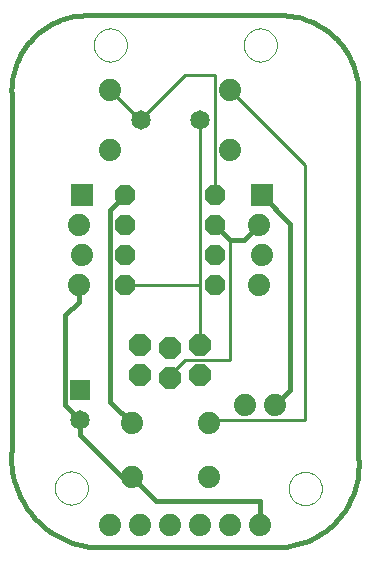
<source format=gtl>
G75*
G70*
%OFA0B0*%
%FSLAX24Y24*%
%IPPOS*%
%LPD*%
%AMOC8*
5,1,8,0,0,1.08239X$1,22.5*
%
%ADD10C,0.0160*%
%ADD11C,0.0000*%
%ADD12OC8,0.0680*%
%ADD13OC8,0.0740*%
%ADD14C,0.0650*%
%ADD15R,0.0650X0.0650*%
%ADD16C,0.0740*%
%ADD17R,0.0740X0.0740*%
%ADD18C,0.0100*%
D10*
X000200Y003426D02*
X000200Y015305D01*
X000200Y015306D02*
X000199Y015426D01*
X000204Y015546D01*
X000214Y015666D01*
X000230Y015785D01*
X000251Y015903D01*
X000279Y016020D01*
X000311Y016136D01*
X000350Y016250D01*
X000393Y016362D01*
X000442Y016472D01*
X000496Y016579D01*
X000555Y016684D01*
X000619Y016786D01*
X000688Y016884D01*
X000761Y016980D01*
X000839Y017071D01*
X000921Y017159D01*
X001007Y017243D01*
X001097Y017323D01*
X001191Y017398D01*
X001288Y017469D01*
X001389Y017535D01*
X001492Y017596D01*
X001599Y017652D01*
X001707Y017703D01*
X001819Y017749D01*
X001932Y017789D01*
X002047Y017824D01*
X002163Y017854D01*
X002281Y017878D01*
X002400Y017896D01*
X002520Y017909D01*
X002640Y017916D01*
X002639Y017915D02*
X009282Y017915D01*
X009406Y017906D01*
X009529Y017892D01*
X009651Y017871D01*
X009773Y017845D01*
X009892Y017813D01*
X010010Y017775D01*
X010127Y017732D01*
X010241Y017683D01*
X010352Y017629D01*
X010461Y017570D01*
X010567Y017505D01*
X010670Y017436D01*
X010769Y017362D01*
X010865Y017283D01*
X010956Y017199D01*
X011044Y017112D01*
X011128Y017020D01*
X011207Y016925D01*
X011281Y016825D01*
X011351Y016723D01*
X011415Y016617D01*
X011475Y016508D01*
X011529Y016397D01*
X011578Y016283D01*
X011621Y016167D01*
X011659Y016048D01*
X011691Y015929D01*
X011718Y015808D01*
X011738Y015685D01*
X011753Y015562D01*
X011762Y015439D01*
X011765Y015315D01*
X011762Y015191D01*
X011762Y015190D02*
X011762Y003163D01*
X009492Y005426D02*
X008992Y004926D01*
X009492Y005426D02*
X009492Y010976D01*
X008542Y011926D01*
X008442Y010926D02*
X007942Y010426D01*
X007492Y010426D01*
X006992Y010926D01*
X003992Y011926D02*
X003492Y011426D01*
X003492Y005036D01*
X004212Y004316D01*
X000200Y003427D02*
X000192Y003280D01*
X000190Y003132D01*
X000196Y002985D01*
X000209Y002838D01*
X000230Y002692D01*
X000257Y002547D01*
X000292Y002404D01*
X000333Y002263D01*
X000382Y002124D01*
X000437Y001987D01*
X000499Y001853D01*
X000567Y001723D01*
X000641Y001596D01*
X000722Y001472D01*
X000809Y001353D01*
X000901Y001239D01*
X000999Y001129D01*
X001103Y001023D01*
X001211Y000923D01*
X001324Y000829D01*
X001442Y000740D01*
X001563Y000657D01*
X001689Y000580D01*
X001818Y000510D01*
X001951Y000446D01*
X002087Y000388D01*
X002225Y000337D01*
X002365Y000293D01*
X002508Y000256D01*
X002652Y000226D01*
X002798Y000203D01*
X002944Y000187D01*
X009208Y000187D01*
X008486Y000930D02*
X008486Y001732D01*
X008489Y001735D01*
X005014Y001735D01*
X004212Y002536D01*
X003882Y002536D01*
X002492Y003926D01*
X002492Y004426D01*
X001992Y004926D01*
X001992Y007926D01*
X002442Y008376D01*
X002442Y008926D01*
X011762Y003163D02*
X011769Y003031D01*
X011769Y002899D01*
X011764Y002767D01*
X011752Y002636D01*
X011734Y002505D01*
X011709Y002375D01*
X011679Y002247D01*
X011642Y002120D01*
X011600Y001995D01*
X011551Y001872D01*
X011497Y001752D01*
X011437Y001634D01*
X011372Y001520D01*
X011301Y001408D01*
X011225Y001301D01*
X011144Y001196D01*
X011058Y001096D01*
X010967Y001000D01*
X010872Y000909D01*
X010772Y000822D01*
X010669Y000740D01*
X010562Y000663D01*
X010451Y000591D01*
X010337Y000524D01*
X010220Y000463D01*
X010100Y000408D01*
X009978Y000358D01*
X009854Y000315D01*
X009727Y000277D01*
X009599Y000245D01*
X009470Y000220D01*
X009339Y000200D01*
X009208Y000187D01*
D11*
X001641Y002160D02*
X001643Y002207D01*
X001649Y002253D01*
X001659Y002299D01*
X001672Y002344D01*
X001690Y002387D01*
X001711Y002429D01*
X001735Y002469D01*
X001763Y002506D01*
X001794Y002541D01*
X001828Y002574D01*
X001864Y002603D01*
X001903Y002629D01*
X001944Y002652D01*
X001987Y002671D01*
X002031Y002687D01*
X002076Y002699D01*
X002122Y002707D01*
X002169Y002711D01*
X002215Y002711D01*
X002262Y002707D01*
X002308Y002699D01*
X002353Y002687D01*
X002397Y002671D01*
X002440Y002652D01*
X002481Y002629D01*
X002520Y002603D01*
X002556Y002574D01*
X002590Y002541D01*
X002621Y002506D01*
X002649Y002469D01*
X002673Y002429D01*
X002694Y002387D01*
X002712Y002344D01*
X002725Y002299D01*
X002735Y002253D01*
X002741Y002207D01*
X002743Y002160D01*
X002741Y002113D01*
X002735Y002067D01*
X002725Y002021D01*
X002712Y001976D01*
X002694Y001933D01*
X002673Y001891D01*
X002649Y001851D01*
X002621Y001814D01*
X002590Y001779D01*
X002556Y001746D01*
X002520Y001717D01*
X002481Y001691D01*
X002440Y001668D01*
X002397Y001649D01*
X002353Y001633D01*
X002308Y001621D01*
X002262Y001613D01*
X002215Y001609D01*
X002169Y001609D01*
X002122Y001613D01*
X002076Y001621D01*
X002031Y001633D01*
X001987Y001649D01*
X001944Y001668D01*
X001903Y001691D01*
X001864Y001717D01*
X001828Y001746D01*
X001794Y001779D01*
X001763Y001814D01*
X001735Y001851D01*
X001711Y001891D01*
X001690Y001933D01*
X001672Y001976D01*
X001659Y002021D01*
X001649Y002067D01*
X001643Y002113D01*
X001641Y002160D01*
X009441Y002143D02*
X009443Y002190D01*
X009449Y002236D01*
X009459Y002282D01*
X009472Y002327D01*
X009490Y002370D01*
X009511Y002412D01*
X009535Y002452D01*
X009563Y002489D01*
X009594Y002524D01*
X009628Y002557D01*
X009664Y002586D01*
X009703Y002612D01*
X009744Y002635D01*
X009787Y002654D01*
X009831Y002670D01*
X009876Y002682D01*
X009922Y002690D01*
X009969Y002694D01*
X010015Y002694D01*
X010062Y002690D01*
X010108Y002682D01*
X010153Y002670D01*
X010197Y002654D01*
X010240Y002635D01*
X010281Y002612D01*
X010320Y002586D01*
X010356Y002557D01*
X010390Y002524D01*
X010421Y002489D01*
X010449Y002452D01*
X010473Y002412D01*
X010494Y002370D01*
X010512Y002327D01*
X010525Y002282D01*
X010535Y002236D01*
X010541Y002190D01*
X010543Y002143D01*
X010541Y002096D01*
X010535Y002050D01*
X010525Y002004D01*
X010512Y001959D01*
X010494Y001916D01*
X010473Y001874D01*
X010449Y001834D01*
X010421Y001797D01*
X010390Y001762D01*
X010356Y001729D01*
X010320Y001700D01*
X010281Y001674D01*
X010240Y001651D01*
X010197Y001632D01*
X010153Y001616D01*
X010108Y001604D01*
X010062Y001596D01*
X010015Y001592D01*
X009969Y001592D01*
X009922Y001596D01*
X009876Y001604D01*
X009831Y001616D01*
X009787Y001632D01*
X009744Y001651D01*
X009703Y001674D01*
X009664Y001700D01*
X009628Y001729D01*
X009594Y001762D01*
X009563Y001797D01*
X009535Y001834D01*
X009511Y001874D01*
X009490Y001916D01*
X009472Y001959D01*
X009459Y002004D01*
X009449Y002050D01*
X009443Y002096D01*
X009441Y002143D01*
X007941Y016926D02*
X007943Y016973D01*
X007949Y017019D01*
X007959Y017065D01*
X007972Y017110D01*
X007990Y017153D01*
X008011Y017195D01*
X008035Y017235D01*
X008063Y017272D01*
X008094Y017307D01*
X008128Y017340D01*
X008164Y017369D01*
X008203Y017395D01*
X008244Y017418D01*
X008287Y017437D01*
X008331Y017453D01*
X008376Y017465D01*
X008422Y017473D01*
X008469Y017477D01*
X008515Y017477D01*
X008562Y017473D01*
X008608Y017465D01*
X008653Y017453D01*
X008697Y017437D01*
X008740Y017418D01*
X008781Y017395D01*
X008820Y017369D01*
X008856Y017340D01*
X008890Y017307D01*
X008921Y017272D01*
X008949Y017235D01*
X008973Y017195D01*
X008994Y017153D01*
X009012Y017110D01*
X009025Y017065D01*
X009035Y017019D01*
X009041Y016973D01*
X009043Y016926D01*
X009041Y016879D01*
X009035Y016833D01*
X009025Y016787D01*
X009012Y016742D01*
X008994Y016699D01*
X008973Y016657D01*
X008949Y016617D01*
X008921Y016580D01*
X008890Y016545D01*
X008856Y016512D01*
X008820Y016483D01*
X008781Y016457D01*
X008740Y016434D01*
X008697Y016415D01*
X008653Y016399D01*
X008608Y016387D01*
X008562Y016379D01*
X008515Y016375D01*
X008469Y016375D01*
X008422Y016379D01*
X008376Y016387D01*
X008331Y016399D01*
X008287Y016415D01*
X008244Y016434D01*
X008203Y016457D01*
X008164Y016483D01*
X008128Y016512D01*
X008094Y016545D01*
X008063Y016580D01*
X008035Y016617D01*
X008011Y016657D01*
X007990Y016699D01*
X007972Y016742D01*
X007959Y016787D01*
X007949Y016833D01*
X007943Y016879D01*
X007941Y016926D01*
X002941Y016926D02*
X002943Y016973D01*
X002949Y017019D01*
X002959Y017065D01*
X002972Y017110D01*
X002990Y017153D01*
X003011Y017195D01*
X003035Y017235D01*
X003063Y017272D01*
X003094Y017307D01*
X003128Y017340D01*
X003164Y017369D01*
X003203Y017395D01*
X003244Y017418D01*
X003287Y017437D01*
X003331Y017453D01*
X003376Y017465D01*
X003422Y017473D01*
X003469Y017477D01*
X003515Y017477D01*
X003562Y017473D01*
X003608Y017465D01*
X003653Y017453D01*
X003697Y017437D01*
X003740Y017418D01*
X003781Y017395D01*
X003820Y017369D01*
X003856Y017340D01*
X003890Y017307D01*
X003921Y017272D01*
X003949Y017235D01*
X003973Y017195D01*
X003994Y017153D01*
X004012Y017110D01*
X004025Y017065D01*
X004035Y017019D01*
X004041Y016973D01*
X004043Y016926D01*
X004041Y016879D01*
X004035Y016833D01*
X004025Y016787D01*
X004012Y016742D01*
X003994Y016699D01*
X003973Y016657D01*
X003949Y016617D01*
X003921Y016580D01*
X003890Y016545D01*
X003856Y016512D01*
X003820Y016483D01*
X003781Y016457D01*
X003740Y016434D01*
X003697Y016415D01*
X003653Y016399D01*
X003608Y016387D01*
X003562Y016379D01*
X003515Y016375D01*
X003469Y016375D01*
X003422Y016379D01*
X003376Y016387D01*
X003331Y016399D01*
X003287Y016415D01*
X003244Y016434D01*
X003203Y016457D01*
X003164Y016483D01*
X003128Y016512D01*
X003094Y016545D01*
X003063Y016580D01*
X003035Y016617D01*
X003011Y016657D01*
X002990Y016699D01*
X002972Y016742D01*
X002959Y016787D01*
X002949Y016833D01*
X002943Y016879D01*
X002941Y016926D01*
D12*
X003992Y011926D03*
X003992Y010926D03*
X003992Y009926D03*
X003992Y008926D03*
X006992Y008926D03*
X006992Y009926D03*
X006992Y010926D03*
X006992Y011926D03*
D13*
X006492Y006926D03*
X006492Y005926D03*
X005492Y005826D03*
X005492Y006826D03*
X004492Y006926D03*
X004492Y005926D03*
D14*
X002492Y004426D03*
X004508Y014426D03*
X006477Y014426D03*
D15*
X002492Y005426D03*
D16*
X004212Y004316D03*
X004212Y002536D03*
X004486Y000930D03*
X003486Y000930D03*
X005486Y000930D03*
X006486Y000930D03*
X007486Y000930D03*
X008486Y000930D03*
X006772Y002536D03*
X006772Y004316D03*
X007992Y004926D03*
X008992Y004926D03*
X008442Y008926D03*
X008542Y009926D03*
X008442Y010926D03*
X007492Y013426D03*
X007492Y015426D03*
X003492Y015426D03*
X003492Y013426D03*
X002442Y010926D03*
X002542Y009926D03*
X002442Y008926D03*
D17*
X002542Y011926D03*
X008542Y011926D03*
D18*
X007492Y010426D02*
X007492Y006426D01*
X005992Y006426D01*
X005492Y005926D01*
X005492Y005826D01*
X006492Y006926D02*
X006492Y008926D01*
X003992Y008926D01*
X006492Y008926D02*
X006492Y014426D01*
X006477Y014426D01*
X007492Y015426D02*
X009992Y012926D01*
X009992Y004426D01*
X006992Y004426D01*
X006772Y004316D01*
X006992Y011926D02*
X006992Y015926D01*
X005992Y015926D01*
X004492Y014426D01*
X004508Y014426D01*
X004492Y014426D02*
X003492Y015426D01*
M02*

</source>
